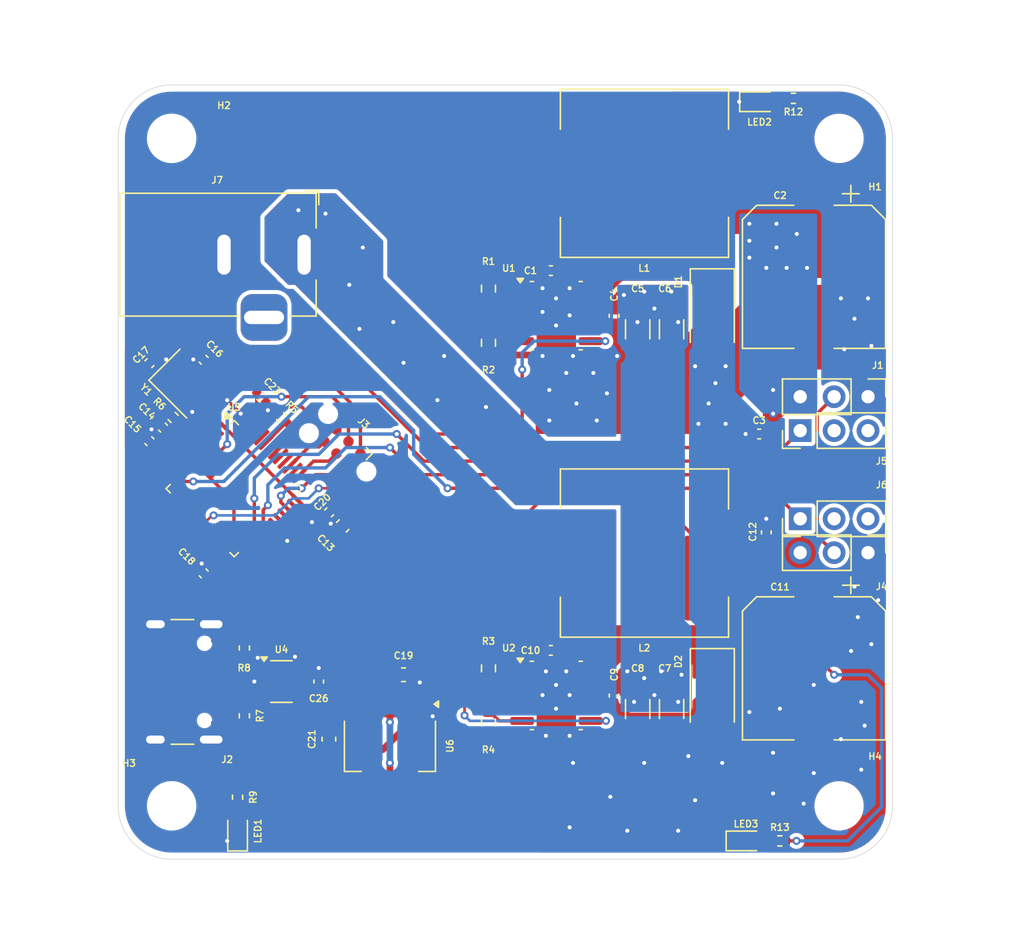
<source format=kicad_pcb>
(kicad_pcb (version 20240108) (generator "pcbnew") (generator_version "8.0")
  (layers (0 "F.Cu" signal) (31 "B.Cu" signal) (34 "B.Paste" user) (35 "F.Paste" user) (36 "B.SilkS" user "B.Silkscreen") (37 "F.SilkS" user "F.Silkscreen") (38 "B.Mask" user) (39 "F.Mask" user) (44 "Edge.Cuts" user))
  (net 0 "")
  (net 1 "GND")
  (net 2 "/PWR1")
  (net 3 "+12V")
  (net 4 "/PWR2")
  (net 5 "+3V3")
  (net 6 "/RST")
  (net 7 "/XTALI")
  (net 8 "/XTALR")
  (net 9 "VBUS")
  (net 10 "/VBLED")
  (net 11 "/Regulator2/LED")
  (net 12 "/PWM1")
  (net 13 "Net-(J2-CC2)")
  (net 15 "/USB_D+")
  (net 16 "Net-(J2-CC1)")
  (net 17 "/USB_D-")
  (net 19 "/SWO")
  (net 20 "/SWDIO")
  (net 21 "/SWCLK")
  (net 22 "/PWM2")
  (net 25 "/POS1")
  (net 27 "/POS2")
  (net 30 "/Regulator1/LED")
  (net 31 "/BOOT0")
  (net 32 "/XTALO")
  (net 33 "/EN1")
  (net 36 "/EN2")
  (net 65 "/Regulator1/BOOT")
  (net 66 "/Regulator1/PH")
  (net 67 "/Regulator2/BOOT")
  (net 68 "/Regulator2/PH")
  (net 69 "/Regulator1/VSNS")
  (net 70 "/Regulator2/VSNS")
  (footprint "MountingHole:MountingHole_3.2mm_M3" (layer "F.Cu") (at 60.101215 86.527449)
    (property "Reference" "H3")
    (property "Value" "MountingHole")
  )
  (footprint "Connector_PinHeader_2.54mm:PinHeader_1x03_P2.54mm_Vertical" (layer "F.Cu") (at 107.188 58.42 90)
    (property "Reference" "J5")
    (property "Value" "Conn_01x03_Pin")
  )
  (footprint "Capacitor_SMD:C_1206_3216Metric" (layer "F.Cu") (at 97.553215 50.827449 -90)
    (property "Reference" "C6")
    (property "Value" "10u")
  )
  (footprint "Capacitor_SMD:C_0402_1005Metric" (layer "F.Cu") (at 93.243664 49.821483 -90)
    (property "Reference" "C4")
    (property "Value" "10n")
  )
  (footprint "LED_SMD:LED_0603_1608Metric" (layer "F.Cu") (at 103.124 89.154)
    (property "Reference" "LED3")
    (property "Value" "LEDB")
  )
  (footprint "Capacitor_SMD:C_0603_1608Metric" (layer "F.Cu") (at 77.47 76.708)
    (property "Reference" "C19")
    (property "Value" "22u")
  )
  (footprint "Inductor_SMD:L_12x12mm_H4.5mm" (layer "F.Cu") (at 95.521215 67.591449)
    (property "Reference" "L2")
    (property "Value" "15u")
  )
  (footprint "Diode_SMD:D_SMA" (layer "F.Cu") (at 100.601215 78.259449 -90)
    (property "Reference" "D2")
    (property "Value" "SS54")
  )
  (footprint "Connector_PinHeader_2.54mm:PinHeader_1x03_P2.54mm_Vertical" (layer "F.Cu") (at 112.267999 55.88 -90)
    (property "Reference" "J1")
    (property "Value" "Conn_01x03_Pin")
  )
  (footprint "Capacitor_SMD:C_0402_1005Metric" (layer "F.Cu") (at 104.112 58.674 180)
    (property "Reference" "C3")
    (property "Value" "10n")
  )
  (footprint "Capacitor_SMD:C_0402_1005Metric" (layer "F.Cu") (at 62.501215 53.113449 -45)
    (property "Reference" "C16")
    (property "Value" "10p")
  )
  (footprint "Resistor_SMD:R_0402_1005Metric" (layer "F.Cu") (at 68.343214 57.43145 135)
    (property "Reference" "R5")
    (property "Value" "10k")
  )
  (footprint "Resistor_SMD:R_0603_1608Metric_Pad0.98x0.95mm_HandSolder" (layer "F.Cu") (at 83.837215 51.843449 -90)
    (property "Reference" "R2")
    (property "Value" "3k3")
  )
  (footprint "Resistor_SMD:R_0402_1005Metric" (layer "F.Cu") (at 105.664001 89.154 180)
    (property "Reference" "R13")
    (property "Value" "1k")
  )
  (footprint "Capacitor_SMD:C_0402_1005Metric" (layer "F.Cu") (at 62.501215 69.115449 135)
    (property "Reference" "C18")
    (property "Value" "100n")
  )
  (footprint "Capacitor_SMD:C_0402_1005Metric" (layer "F.Cu") (at 88.509016 46.434483 180)
    (property "Reference" "C1")
    (property "Value" "10n")
  )
  (footprint "Capacitor_SMD:C_0603_1608Metric" (layer "F.Cu") (at 71.882 81.534 -90)
    (property "Reference" "C21")
    (property "Value" "22u")
  )
  (footprint "Resistor_SMD:R_0402_1005Metric" (layer "F.Cu") (at 60.215214 57.43145 -45)
    (property "Reference" "R6")
    (property "Value" "330")
  )
  (footprint "LED_SMD:LED_0603_1608Metric" (layer "F.Cu") (at 65.041215 88.419449 90)
    (property "Reference" "LED1")
    (property "Value" "LEDG")
  )
  (footprint "Package_QFP:LQFP-48_7x7mm_P0.5mm" (layer "F.Cu") (at 64.787215 62.765449 -45)
    (property "Reference" "U5")
    (property "Value" "STM32F103C8Tx")
  )
  (footprint "Resistor_SMD:R_0603_1608Metric_Pad0.98x0.95mm_HandSolder" (layer "F.Cu") (at 83.837215 80.291449 -90)
    (property "Reference" "R4")
    (property "Value" "3k3")
  )
  (footprint "Capacitor_SMD:C_1206_3216Metric" (layer "F.Cu") (at 95.013215 79.275449 -90)
    (property "Reference" "C8")
    (property "Value" "10u")
  )
  (footprint "MountingHole:MountingHole_3.2mm_M3" (layer "F.Cu") (at 60.101215 36.527449)
    (property "Reference" "H2")
    (property "Value" "MountingHole")
  )
  (footprint "Capacitor_SMD:C_1206_3216Metric" (layer "F.Cu") (at 97.553215 79.275449 -90)
    (property "Reference" "C7")
    (property "Value" "10u")
  )
  (footprint "Resistor_SMD:R_0603_1608Metric_Pad0.98x0.95mm_HandSolder" (layer "F.Cu") (at 83.837215 47.779449 -90)
    (property "Reference" "R1")
    (property "Value" "10k")
  )
  (footprint "Capacitor_SMD:C_0402_1005Metric" (layer "F.Cu") (at 59.453215 58.193449 135)
    (property "Reference" "C14")
    (property "Value" "100n")
  )
  (footprint "Diode_SMD:D_SMA" (layer "F.Cu") (at 100.601215 49.811449 -90)
    (property "Reference" "D1")
    (property "Value" "SS54")
  )
  (footprint "Resistor_SMD:R_0402_1005Metric" (layer "F.Cu") (at 65.041215 85.879449 -90)
    (property "Reference" "R9")
    (property "Value" "1k")
  )
  (footprint "Resistor_SMD:R_0402_1005Metric" (layer "F.Cu") (at 106.68 33.528 180)
    (property "Reference" "R12")
    (property "Value" "1k")
  )
  (footprint "Package_TO_SOT_SMD:SOT-23-6" (layer "F.Cu") (at 68.326 77.216)
    (property "Reference" "U4")
    (property "Value" "SRV05-4")
  )
  (footprint "Capacitor_SMD:CP_Elec_10x10.5" (layer "F.Cu") (at 108.221215 46.899449 -90)
    (property "Reference" "C2")
    (property "Value" "330u")
  )
  (footprint "Package_SO:Texas_R-PDSO-G8_EP2.95x4.9mm_Mask2.4x3.1mm" (layer "F.Cu") (at 88.917215 49.811449)
    (property "Reference" "U1")
    (property "Value" "TPS5450DDAR")
  )
  (footprint "Capacitor_SMD:C_0402_1005Metric" (layer "F.Cu") (at 58.437215 59.209449 135)
    (property "Reference" "C15")
    (property "Value" "100n")
  )
  (footprint "Capacitor_SMD:C_0402_1005Metric" (layer "F.Cu") (at 93.243664 78.269483 -90)
    (property "Reference" "C9")
    (property "Value" "10n")
  )
  (footprint "Connector_BarrelJack:BarrelJack_Horizontal" (layer "F.Cu") (at 70.025215 45.239449)
    (property "Reference" "J7")
    (property "Value" "Barrel_Jack_Switch")
  )
  (footprint "Capacitor_SMD:CP_Elec_10x10.5" (layer "F.Cu") (at 108.221215 76.227449 -90)
    (property "Reference" "C11")
    (property "Value" "330u")
  )
  (footprint "LED_SMD:LED_0603_1608Metric" (layer "F.Cu") (at 104.14 33.782)
    (property "Reference" "LED2")
    (property "Value" "LEDB")
  )
  (footprint "Resistor_SMD:R_0402_1005Metric" (layer "F.Cu") (at 65.549215 79.783449 -90)
    (property "Reference" "R7")
    (property "Value" "5k1")
  )
  (footprint "Capacitor_SMD:C_0402_1005Metric" (layer "F.Cu") (at 66.819216 55.90745 -45)
    (property "Reference" "C23")
    (property "Value" "100n")
  )
  (footprint "Capacitor_SMD:C_0603_1608Metric" (layer "F.Cu") (at 72.915215 65.559449 -135)
    (property "Reference" "C13")
    (property "Value" "10u")
  )
  (footprint "Capacitor_SMD:C_1206_3216Metric" (layer "F.Cu") (at 95.013215 50.827449 -90)
    (property "Reference" "C5")
    (property "Value" "10u")
  )
  (footprint "Connector_USB:USB_C_Receptacle_GCT_USB4105-xx-A_16P_TopMnt_Horizontal" (layer "F.Cu") (at 59.961215 77.243449 -90)
    (property "Reference" "J2")
    (property "Value" "USB_C_Receptacle_USB2.0_16P")
  )
  (footprint "Connector_PinHeader_2.54mm:PinHeader_1x03_P2.54mm_Vertical" (layer "F.Cu") (at 112.267999 67.564 -90)
    (property "Reference" "J4")
    (property "Value" "Conn_01x03_Pin")
  )
  (footprint "Package_TO_SOT_SMD:SOT-223-3_TabPin2" (layer "F.Cu") (at 76.454 82.042 -90)
    (property "Reference" "U6")
    (property "Value" "AMS1117-3.3")
  )
  (footprint "MountingHole:MountingHole_3.2mm_M3" (layer "F.Cu") (at 110.101215 86.527449)
    (property "Reference" "H4")
    (property "Value" "MountingHole")
  )
  (footprint "Capacitor_SMD:C_0402_1005Metric" (layer "F.Cu") (at 71.899215 64.543448 -135)
    (property "Reference" "C20")
    (property "Value" "100n")
  )
  (footprint "Capacitor_SMD:C_0402_1005Metric" (layer "F.Cu") (at 88.509016 74.882483 180)
    (property "Reference" "C10")
    (property "Value" "10n")
  )
  (footprint "Crystal:Crystal_SMD_3225-4Pin_3.2x2.5mm" (layer "F.Cu") (at 60.977214 54.891449 -45)
    (property "Reference" "Y1")
    (property "Value" "16MHz")
  )
  (footprint "Capacitor_SMD:C_0402_1005Metric" (layer "F.Cu") (at 104.648 66.04 90)
    (property "Reference" "C12")
    (property "Value" "10n")
  )
  (footprint "Package_SO:Texas_R-PDSO-G8_EP2.95x4.9mm_Mask2.4x3.1mm" (layer "F.Cu") (at 88.917215 78.259449)
    (property "Reference" "U2")
    (property "Value" "TPS5450DDAR")
  )
  (footprint "MountingHole:MountingHole_3.2mm_M3" (layer "F.Cu") (at 110.101215 36.527449)
    (property "Reference" "H1")
    (property "Value" "MountingHole")
  )
  (footprint "Capacitor_SMD:C_0402_1005Metric" (layer "F.Cu") (at 71.12 77.216 90)
    (property "Reference" "C26")
    (property "Value" "1u")
  )
  (footprint "Connector_PinHeader_2.54mm:PinHeader_1x03_P2.54mm_Vertical" (layer "F.Cu") (at 107.188 65.024 90)
    (property "Reference" "J6")
    (property "Value" "Conn_01x03_Pin")
  )
  (footprint "Connector:Tag-Connect_TC2030-IDC-NL_2x03_P1.27mm_Vertical" (layer "F.Cu") (at 72.898 59.69 135)
    (property "Reference" "J3")
    (property "Value" "Conn_ARM_SWD_TagConnect_TC2030-NL")
  )
  (footprint "Resistor_SMD:R_0603_1608Metric_Pad0.98x0.95mm_HandSolder" (layer "F.Cu") (at 83.837215 76.227449 -90)
    (property "Reference" "R3")
    (property "Value" "10k")
  )
  (footprint "Capacitor_SMD:C_0402_1005Metric" (layer "F.Cu") (at 58.437214 53.36745 -135)
    (property "Reference" "C17")
    (property "Value" "10p")
  )
  (footprint "Resistor_SMD:R_0402_1005Metric" (layer "F.Cu") (at 65.549215 74.703449 90)
    (property "Reference" "R8")
    (property "Value" "5k1")
  )
  (footprint "Inductor_SMD:L_12x12mm_H4.5mm" (layer "F.Cu") (at 95.521215 39.143449)
    (property "Reference" "L1")
    (property "Value" "15u")
  )
  (gr_arc (start 56.101215 36.527449) (mid 57.272788 33.699022) (end 60.101215 32.527449) (stroke (width 0.05)) (layer "Edge.Cuts"))
  (gr_line (start 110.101215 90.527449) (end 60.101215 90.527449) (stroke (width 0.05)) (layer "Edge.Cuts"))
  (gr_line (start 114.101215 36.527449) (end 114.101215 86.527449) (stroke (width 0.05)) (layer "Edge.Cuts"))
  (gr_arc (start 110.101215 32.527449) (mid 112.929642 33.699022) (end 114.101215 36.527449) (stroke (width 0.05)) (layer "Edge.Cuts"))
  (gr_arc (start 114.101215 86.527449) (mid 112.929642 89.355876) (end 110.101215 90.527449) (stroke (width 0.05)) (layer "Edge.Cuts"))
  (gr_line (start 60.101215 32.527449) (end 110.101215 32.527449) (stroke (width 0.05)) (layer "Edge.Cuts"))
  (gr_line (start 56.101215 86.527449) (end 56.101215 36.527449) (stroke (width 0.05)) (layer "Edge.Cuts"))
  (gr_arc (start 60.101215 90.527449) (mid 57.272788 89.355876) (end 56.101215 86.527449) (stroke (width 0.05)) (layer "Edge.Cuts"))
  (segment (start 69.85 56.642) (end 68.411416 56.642) (width 0.254) (layer "F.Cu") (net 1))
  (segment (start 62.161804 68.776038) (end 62.161804 68.57284) (width 0.254) (layer "F.Cu") (net 1))
  (segment (start 81.065949 81.203949) (end 79.683924 79.821924) (width 0.5) (layer "F.Cu") (net 1))
  (segment (start 68.411416 56.642) (end 67.98259 57.070826) (width 0.254) (layer "F.Cu") (net 1))
  (segment (start 61.722 53.213842) (end 61.722 53.086) (width 0.254) (layer "F.Cu") (net 1))
  (segment (start 70.612 65.278) (end 71.164663 65.278) (width 0.254) (layer "F.Cu") (net 1))
  (segment (start 72.064244 65.387299) (end 72.020807 65.387299) (width 0.254) (layer "F.Cu") (net 1))
  (segment (start 70.481746 65.278) (end 69.321537 64.117791) (width 0.254) (layer "F.Cu") (net 1))
  (segment (start 67.158627 57.212057) (end 66.139557 58.231127) (width 0.254) (layer "F.Cu") (net 1))
  (segment (start 61.722 53.086) (end 61.849842 53.086) (width 0.254) (layer "F.Cu") (net 1))
  (segment (start 103.632 58.674) (end 103.096 58.674) (width 0.254) (layer "F.Cu") (net 1))
  (segment (start 60.800437 53.512591) (end 60.315885 53.028039) (width 0.254) (layer "F.Cu") (net 1))
  (segment (start 83.837215 81.203949) (end 81.065949 81.203949) (width 0.5) (layer "F.Cu") (net 1))
  (segment (start 70.612 65.408254) (end 70.612 65.278) (width 0.254) (layer "F.Cu") (net 1))
  (segment (start 67.158627 56.744627) (end 67.31 56.896) (width 0.254) (layer "F.Cu") (net 1))
  (segment (start 68.758897 66.726897) (end 69.088 67.056) (width 0.254) (layer "F.Cu") (net 1))
  (segment (start 69.2631 75.3591) (end 69.088 75.184) (width 0.254) (layer "F.Cu") (net 1))
  (segment (start 66.294 77.216) (end 67.1885 77.216) (width 0.254) (layer "F.Cu") (net 1))
  (segment (start 72.367207 66.107457) (end 72.367207 65.690262) (width 0.254) (layer "F.Cu") (net 1))
  (segment (start 65.399214 74.043449) (end 65.549215 74.19345) (width 0.5) (layer "F.Cu") (net 1))
  (segment (start 69.088 67.818) (end 67.564 69.342) (width 0.254) (layer "F.Cu") (net 1))
  (segment (start 70.612 65.408254) (end 70.612 65.408254) (width 0.254) (layer "F.Cu") (net 1))
  (segment (start 78.754 77.217) (end 78.245 76.708) (width 0.5) (layer "F.Cu") (net 1))
  (segment (start 61.153991 56.523284) (end 61.645744 57.015037) (width 0.254) (layer "F.Cu") (net 1))
  (segment (start 65.399214 80.443449) (end 65.549215 80.293448) (width 0.5) (layer "F.Cu") (net 1))
  (segment (start 83.837215 52.755949) (end 87.807949 52.755949) (width 0.5) (layer "F.Cu") (net 1))
  (segment (start 62.35067 68.377053) (end 62.357591 68.377053) (width 0.254) (layer "F.Cu") (net 1))
  (segment (start 67.564 75.184) (end 67.31 75.438) (width 0.254) (layer "F.Cu") (net 1))
  (segment (start 78.754 77.351206) (end 78.687723 77.284929) (width 0.5) (layer "F.Cu") (net 1))
  (segment (start 59.69 59.436) (end 60.397106 59.436) (width 0.254) (layer "F.Cu") (net 1))
  (segment (start 78.687723 77.284929) (end 78.754 77.218652) (width 0.5) (layer "F.Cu") (net 1))
  (segment (start 63.641215 80.443449) (end 65.399214 80.443449) (width 0.5) (layer "F.Cu") (net 1))
  (segment (start 88.138 81.28) (end 88.214051 81.203949) (width 0.5) (layer "F.Cu") (net 1))
  (segment (start 67.31 56.896) (end 67.158627 57.047373) (width 0.254) (layer "F.Cu") (net 1))
  (segment (start 61.153991 56.270307) (end 60.96 56.076316) (width 0.254) (layer "F.Cu") (net 1))
  (segment (start 104.648 65.56) (end 104.648 65.024) (width 0.254) (layer "F.Cu") (net 1))
  (segment (start 60.397106 59.436) (end 61.313553 60.352447) (width 0.254) (layer "F.Cu") (net 1))
  (segment (start 61.423251 53.512591) (end 61.722 53.213842) (width 0.254) (layer "F.Cu") (net 1))
  (segment (start 67.564 69.85) (end 67.564 75.184) (width 0.254) (layer "F.Cu") (net 1))
  (segment (start 72.020807 65.343862) (end 71.559804 64.882859) (width 0.254) (layer "F.Cu") (net 1))
  (segment (start 61.849842 53.086) (end 62.161804 52.774038) (width 0.254) (layer "F.Cu") (net 1))
  (segment (start 70.612 68.58) (end 70.612 65.408254) (width 0.254) (layer "F.Cu") (net 1))
  (segment (start 71.12 76.736) (end 71.12 76.2) (width 0.254) (layer "F.Cu") (net 1))
  (segment (start 71.550962 58.342962) (end 69.85 56.642) (width 0.254) (layer "F.Cu") (net 1))
  (segment (start 71.164663 65.278) (end 71.559804 64.882859) (width 0.254) (layer "F.Cu") (net 1))
  (segment (start 78.754 78.892) (end 78.754 77.351206) (width 0.5) (layer "F.Cu") (net 1))
  (segment (start 65.041215 89.20695) (end 64.31495 89.20695) (width 0.254) (layer "F.Cu") (net 1))
  (segment (start 61.153991 56.270307) (end 61.153991 56.523284) (width 0.254) (layer "F.Cu") (net 1))
  (segment (start 60.315885 53.028039) (end 59.747961 53.028039) (width 0.254) (layer "F.Cu") (net 1))
  (segment (start 58.610921 58.356921) (end 58.097804 58.870038) (width 0.254) (layer "F.Cu") (net 1))
  (segment (start 79.653506 79.791506) (end 78.754 78.892) (width 0.5) (layer "F.Cu") (net 1))
  (segment (start 63.641215 74.043449) (end 63.641215 73.498449) (width 0.5) (layer "F.Cu") (net 1))
  (segment (start 62.35067 68.383974) (end 62.35067 68.377053) (width 0.254) (layer "F.Cu") (net 1))
  (segment (start 72.367207 65.690262) (end 72.064244 65.387299) (width 0.254) (layer "F.Cu") (net 1))
  (segment (start 103.352499 33.782) (end 102.616 33.782) (width 0.254) (layer "F.Cu") (net 1))
  (segment (start 69.088 70.104) (end 70.612 68.58) (width 0.254) (layer "F.Cu") (net 1))
  (segment (start 58.610921 58.356921) (end 59.69 59.436) (width 0.254) (layer "F.Cu") (net 1))
  (segment (start 60.800437 53.512591) (end 61.423251 53.512591) (width 0.254) (layer "F.Cu") (net 1))
  (segment (start 67.158627 56.246861) (end 67.158627 56.744627) (width 0.254) (layer "F.Cu") (net 1))
  (segment (start 72.448987 58.342962) (end 71.550962 58.342962) (width 0.254) (layer "F.Cu") (net 1))
  (segment (start 88.214051 81.203949) (end 88.569949 81.203949) (width 0.5) (layer "F.Cu") (net 1))
  (segment (start 68.758897 66.678123) (end 68.758897 66.726897) (width 0.254) (layer "F.Cu") (net 1))
  (segment (start 63.641215 74.043449) (end 65.399214 74.043449) (width 0.5) (layer "F.Cu") (net 1))
  (segment (start 78.754 79.488) (end 78.754 78.892) (width 0.5) (layer "F.Cu") (net 1))
  (segment (start 64.262 56.134) (end 65.278 57.15) (width 0.254) (layer "F.Cu") (net 1))
  (segment (start 72.020807 65.387299) (end 72.020807 65.343862) (width 0.254) (layer "F.Cu") (net 1))
  (segment (start 75.933 82.309) (end 78.754 79.488) (width 0.5) (layer "F.Cu") (net 1))
  (segment (start 79.683924 79.821924) (end 79.653506 79.821924) (width 0.5) (layer "F.Cu") (net 1))
  (segment (start 59.113804 57.854038) (end 58.610921 58.356921) (width 0.254) (layer "F.Cu") (net 1))
  (segment (start 60.96 56.076316) (end 60.96 53.672154) (width 0.254) (layer "F.Cu") (net 1))
  (segment (start 63.641215 80.988449) (end 63.066215 81.563449) (width 0.5) (layer "F.Cu") (net 1))
  (segment (start 59.632039 53.028039) (end 58.776625 53.028039) (width 0.254) (layer "F.Cu") (net 1))
  (segment (start 67.31 75.438) (end 66.548 75.438) (width 0.254) (layer "F.Cu") (net 1))
  (segment (start 62.357591 68.377053) (end 63.434873 67.299771) (width 0.254) (layer "F.Cu") (net 1))
  (segment (start 64.31495 89.20695) (end 64.262 89.154) (width 0.254) (layer "F.Cu") (net 1))
  (segment (start 71.882 82.309) (end 75.933 82.309) (width 0.5) (layer "F.Cu") (net 1))
  (segment (start 59.69 53.086) (end 59.632039 53.028039) (width 0.254) (layer "F.Cu") (net 1))
  (segment (start 67.564 69.342) (end 67.564 69.85) (width 0.254) (layer "F.Cu") (net 1))
  (segment (start 67.158627 57.047373) (end 67.158627 57.212057) (width 0.254) (layer "F.Cu") (net 1))
  (segment (start 60.96 53.672154) (end 60.800437 53.512591) (width 0.254) (layer "F.Cu") (net 1))
  (segment (start 69.088 67.056) (end 69.088 67.818) (width 0.254) (layer "F.Cu") (net 1))
  (segment (start 59.747961 53.028039) (end 59.69 53.086) (width 0.254) (layer "F.Cu") (net 1))
  (segment (start 70.612 65.278) (end 70.481746 65.278) (width 0.254) (layer "F.Cu") (net 1))
  (segment (start 88.061949 81.203949) (end 88.138 81.28) (width 0.5) (layer "F.Cu") (net 1))
  (segment (start 67.484826 57.070826) (end 67.31 56.896) (width 0.254) (layer "F.Cu") (net 1))
  (segment (start 88.569949 81.203949) (end 88.646 81.28) (width 0.5) (layer "F.Cu") (net 1))
  (segment (start 87.807949 52.755949) (end 87.884 52.832) (width 0.5) (layer "F.Cu") (net 1))
  (segment (start 62.161804 68.57284) (end 62.35067 68.383974) (width 0.254) (layer "F.Cu") (net 1))
  (segment (start 83.837215 81.203949) (end 88.061949 81.203949) (width 0.5) (layer "F.Cu") (net 1))
  (segment (start 78.754 77.218652) (end 78.754 77.217) (width 0.5) (layer "F.Cu") (net 1))
  (segment (start 67.98259 57.070826) (end 67.484826 57.070826) (width 0.254) (layer "F.Cu") (net 1))
  (segment (start 63.641215 80.443449) (end 63.641215 80.988449) (width 0.5) (layer "F.Cu") (net 1))
  (segment (start 69.088 75.184) (end 69.088 70.104) (width 0.254) (layer "F.Cu") (net 1))
  (segment (start 63.641215 73.498449) (end 63.066215 72.923449) (width 0.5) (layer "F.Cu") (net 1))
  (segment (start 69.342 75.3591) (end 69.2631 75.3591) (width 0.254) (layer "F.Cu") (net 1))
  (segment (start 79.653506 79.821924) (end 79.653506 79.791506) (width 0.5) (layer "F.Cu") (net 1))
  (via (at 90.17 83.312) (size 0.6) (drill 0.3) (layers "F.Cu" "B.Cu") (net 1))
  (via (at 101.346 83.312) (size 0.6) (drill 0.3) (layers "F.Cu" "B.Cu") (net 1))
  (via (at 87.884 49.53) (size 0.6) (drill 0.3) (layers "F.Cu" "B.Cu") (net 1))
  (via (at 88.9 77.47) (size 0.6) (drill 0.3) (layers "F.Cu" "B.Cu") (net 1))
  (via (at 58.59378 58.323021) (size 0.6) (drill 0.3) (layers "F.Cu" "B.Cu") (net 1))
  (via (at 64.262 89.154) (size 0.6) (drill 0.3) (layers "F.Cu" "B.Cu") (net 1))
  (via (at 100.838 54.864) (size 0.6) (drill 0.3) (layers "F.Cu" "B.Cu") (net 1))
  (via (at 90.424 56.388) (size 0.6) (drill 0.3) (layers "F.Cu" "B.Cu") (net 1))
  (via (at 105.156 85.598) (size 0.6) (drill 0.3) (layers "F.Cu" "B.Cu") (net 1))
  (via (at 111.506 72.39) (size 0.6) (drill 0.3) (layers "F.Cu" "B.Cu") (net 1))
  (via (at 103.378 79.502) (size 0.6) (drill 0.3) (layers "F.Cu" "B.Cu") (net 1))
  (via (at 103.096 58.674) (size 0.6) (drill 0.3) (layers "F.Cu" "B.Cu") (net 1))
  (via (at 91.948 57.658) (size 0.6) (drill 0.3) (layers "F.Cu" "B.Cu") (net 1))
  (via (at 111.76 83.82) (size 0.6) (drill 0.3) (layers "F.Cu" "B.Cu") (net 1))
  (via (at 102.616 33.782) (size 0.6) (drill 0.3) (layers "F.Cu" "B.Cu") (net 1))
  (via (at 112.522 52.07) (size 0.6) (drill 0.3) (layers "F.Cu" "B.Cu") (net 1))
  (via (at 69.342 75.3591) (size 0.6) (drill 0.3) (layers "F.Cu" "B.Cu") (net 1))
  (via (at 68.758897 66.678123) (size 0.6) (drill 0.3) (layers "F.Cu" "B.Cu") (net 1))
  (via (at 89.916 49.784) (size 0.6) (drill 0.3) (layers "F.Cu" "B.Cu") (net 1))
  (via (at 110.236 81.534) (size 0.6) (drill 0.3) (layers "F.Cu" "B.Cu") (net 1))
  (via (at 108.204 84.074) (size 0.6) (drill 0.3) (layers "F.Cu" "B.Cu") (net 1))
  (via (at 88.392 55.372) (size 0.6) (drill 0.3) (layers "F.Cu" "B.Cu") (net 1))
  (via (at 105.156 82.55) (size 0.6) (drill 0.3) (layers "F.Cu" "B.Cu") (net 1))
  (via (at 89.916 47.752) (size 0.6) (drill 0.3) (layers "F.Cu" "B.Cu") (net 1))
  (via (at 61.645744 57.015037) (size 0.6) (drill 0.3) (layers "F.Cu" "B.Cu") (net 1))
  (via (at 111.76 78.74) (size 0.6) (drill 0.3) (layers "F.Cu" "B.Cu") (net 1))
  (via (at 89.916 78.232) (size 0.6) (drill 0.3) (layers "F.Cu" "B.Cu") (net 1))
  (via (at 88.138 81.28) (size 0.6) (drill 0.3) (layers "F.Cu" "B.Cu") (net 1))
  (via (at 65.278 57.15) (size 0.6) (drill 0.3) (layers "F.Cu" "B.Cu") (net 1))
  (via (at 87.884 52.832) (size 0.6) (drill 0.3) (layers "F.Cu" "B.Cu") (net 1))
  (via (at 79.653506 79.821924) (size 0.6) (drill 0.3) (layers "F.Cu" "B.Cu") (net 1))
  (via (at 100.33 56.388) (size 0.6) (drill 0.3) (layers "F.Cu" "B.Cu") (net 1))
  (via (at 64.262 56.134) (size 0.6) (drill 0.3) (layers "F.Cu" "B.Cu") (net 1))
  (via (at 113.03 71.12) (size 0.6) (drill 0.3) (layers "F.Cu" "B.Cu") (net 1))
  (via (at 99.314 53.594) (size 0.6) (drill 0.3) (layers "F.Cu" "B.Cu") (net 1))
  (via (at 70.612 65.278) (size 0.6) (drill 0.3) (layers "F.Cu" "B.Cu") (net 1))
  (via (at 89.662 76.454) (size 0.6) (drill 0.3) (layers "F.Cu" "B.Cu") (net 1))
  (via (at 112.014 80.518) (size 0.6) (drill 0.3) (layers "F.Cu" "B.Cu") (net 1))
  (via (at 110.998 74.93) (size 0.6) (drill 0.3) (layers "F.Cu" "B.Cu") (net 1))
  (via (at 87.884 78.232) (size 0.6) (drill 0.3) (layers "F.Cu" "B.Cu") (net 1))
  (via (at 88.392 57.658) (size 0.6) (drill 0.3) (layers "F.Cu" "B.Cu") (net 1))
  (via (at 67.31 56.896) (size 0.6) (drill 0.3) (layers "F.Cu" "B.Cu") (net 1))
  (via (at 107.442 86.36) (size 0.6) (drill 0.3) (layers "F.Cu" "B.Cu") (net 1))
  (via (at 88.138 76.454) (size 0.6) (drill 0.3) (layers "F.Cu" "B.Cu") (net 1))
  (via (at 71.12 76.2) (size 0.6) (drill 0.3) (layers "F.Cu" "B.Cu") (net 1))
  (via (at 95.504 83.312) (size 0.6) (drill 0.3) (layers "F.Cu" "B.Cu") (net 1))
  (via (at 99.314 86.106) (size 0.6) (drill 0.3) (layers "F.Cu" "B.Cu") (net 1))
  (via (at 112.268 48.514) (size 0.6) (drill 0.3) (layers "F.Cu" "B.Cu") (net 1))
  (via (at 61.722 53.086) (size 0.6) (drill 0.3) (layers "F.Cu" "B.Cu") (net 1))
  (via (at 92.964 85.852) (size 0.6) (drill 0.3) (layers "F.Cu" "B.Cu") (net 1))
  (via (at 89.916 88.138) (size 0.6) (drill 0.3) (layers "F.Cu" "B.Cu") (net 1))
  (via (at 90.17 52.832) (size 0.6) (drill 0.3) (layers "F.Cu" "B.Cu") (net 1))
  (via (at 98.806 82.804) (size 0.6) (drill 0.3) (layers "F.Cu" "B.Cu") (net 1))
  (via (at 94.234 88.392) (size 0.6) (drill 0.3) (layers "F.Cu" "B.Cu") (net 1))
  (via (at 62.35067 68.377053) (size 0.6) (drill 0.3) (layers "F.Cu" "B.Cu") (net 1))
  (via (at 101.6 53.594) (size 0.6) (drill 0.3) (layers "F.Cu" "B.Cu") (net 1))
  (via (at 89.916 81.28) (size 0.6) (drill 0.3) (layers "F.Cu" "B.Cu") (net 1))
  (via (at 88.9 79.248) (size 0.6) (drill 0.3) (layers "F.Cu" "B.Cu") (net 1))
  (via (at 66.548 75.438) (size 0.6) (drill 0.3) (layers "F.Cu" "B.Cu") (net 1))
  (via (at 89.662 54.102) (size 0.6) (drill 0.3) (layers "F.Cu" "B.Cu") (net 1))
  (via (at 112.522 74.422) (size 0.6) (drill 0.3) (layers "F.Cu" "B.Cu") (net 1))
  (via (at 88.9 48.514) (size 0.6) (drill 0.3) (layers "F.Cu" "B.Cu") (net 1))
  (via (at 104.648 65.024) (size 0.6) (drill 0.3) (layers "F.Cu" "B.Cu") (net 1))
  (via (at 110.49 52.324) (size 0.6) (drill 0.3) (layers "F.Cu" "B.Cu") (net 1))
  (via (at 91.694 54.102) (size 0.6) (drill 0.3) (layers "F.Cu" "B.Cu") (net 1))
  (via (at 92.71 55.626) (size 0.6) (drill 0.3) (layers "F.Cu" "B.Cu") (net 1))
  (via (at 105.664 79.248) (size 0.6) (drill 0.3) (layers "F.Cu" "B.Cu") (net 1))
  (via (at 98.044 88.392) (size 0.6) (drill 0.3) (layers "F.Cu" "B.Cu") (net 1))
  (via (at 111.252 70.104) (size 0.6) (drill 0.3) (layers "F.Cu" "B.Cu") (net 1))
  (via (at 111.252 50.038) (size 0.6) (drill 0.3) (layers "F.Cu" "B.Cu") (net 1))
  (via (at 59.69 53.086) (size 0.6) (drill 0.3) (layers "F.Cu" "B.Cu") (net 1))
  (via (at 72.020807 65.387299) (size 0.6) (drill 0.3) (layers "F.Cu" "B.Cu") (net 1))
  (via (at 99.568 57.912) (size 0.6) (drill 0.3) (layers "F.Cu" "B.Cu") (net 1))
  (via (at 108.204 77.47) (size 0.6) (drill 0.3) (layers "F.Cu" "B.Cu") (net 1))
  (via (at 87.884 47.752) (size 0.6) (drill 0.3) (layers "F.Cu" "B.Cu") (net 1))
  (via (at 110.236 48.514) (size 0.6) (drill 0.3) (layers "F.Cu" "B.Cu") (net 1))
  (via (at 88.9 50.546) (size 0.6) (drill 0.3) (layers "F.Cu" "B.Cu") (net 1))
  (via (at 66.294 77.216) (size 0.6) (drill 0.3) (layers "F.Cu" "B.Cu") (net 1))
  (via (at 101.6 57.912) (size 0.6) (drill 0.3) (layers "F.Cu" "B.Cu") (net 1))
  (via (at 93.472 52.832) (size 0.6) (drill 0.3) (layers "F.Cu" "B.Cu") (net 1))
  (via (at 78.687723 77.284929) (size 0.6) (drill 0.3) (layers "F.Cu" "B.Cu") (net 1))
  (segment (start 104.592 58.476) (end 107.188 55.88) (width 0.254) (layer "F.Cu") (net 2))
  (segment (start 96.633766 35.306) (end 100.471215 39.143449) (width 0.254) (layer "F.Cu") (net 2))
  (segment (start 104.592 58.674) (end 104.592 58.476) (width 0.254) (layer "F.Cu") (net 2))
  (segment (start 87.884 35.306) (end 96.633766 35.306) (width 0.254) (layer "F.Cu") (net 2))
  (segment (start 83.837215 46.866949) (end 83.837215 39.352785) (width 0.254) (layer "F.Cu") (net 2))
  (segment (start 83.837215 39.352785) (end 87.884 35.306) (width 0.254) (layer "F.Cu") (net 2))
  (via (at 107.696 46.228) (size 0.6) (drill 0.3) (layers "F.Cu" "B.Cu") (net 2))
  (via (at 103.378 42.926) (size 0.6) (drill 0.3) (layers "F.Cu" "B.Cu") (net 2))
  (via (at 105.41 44.704) (size 0.6) (drill 0.3) (layers "F.Cu" "B.Cu") (net 2))
  (via (at 103.378 45.466) (size 0.6) (drill 0.3) (layers "F.Cu" "B.Cu") (net 2))
  (via (at 105.41 42.926) (size 0.6) (drill 0.3) (layers "F.Cu" "B.Cu") (net 2))
  (via (at 104.648 46.228) (size 0.6) (drill 0.3) (layers "F.Cu" "B.Cu") (net 2))
  (via (at 105.156 57.15) (size 0.6) (drill 0.3) (layers "F.Cu" "B.Cu") (net 2))
  (via (at 106.172 46.228) (size 0.6) (drill 0.3) (layers "F.Cu" "B.Cu") (net 2))
  (via (at 105.156 55.372) (size 0.6) (drill 0.3) (layers "F.Cu" "B.Cu") (net 2))
  (via (at 106.934 43.688) (size 0.6) (drill 0.3) (layers "F.Cu" "B.Cu") (net 2))
  (via (at 103.378 44.196) (size 0.6) (drill 0.3) (layers "F.Cu" "B.Cu") (net 2))
  (via (at 74.422 44.704) (size 0.6) (drill 0.3) (layers "F.Cu" "B.Cu") (net 3))
  (via (at 77.47 53.34) (size 0.6) (drill 0.3) (layers "F.Cu" "B.Cu") (net 3))
  (via (at 96.266 78.232) (size 0.6) (drill 0.3) (layers "F.Cu" "B.Cu") (net 3))
  (via (at 96.774 76.454) (size 0.6) (drill 0.3) (layers "F.Cu" "B.Cu") (net 3))
  (via (at 80.518 52.832) (size 0.6) (drill 0.3) (layers "F.Cu" "B.Cu") (net 3))
  (via (at 96.266 49.276) (size 0.6) (drill 0.3) (layers "F.Cu" "B.Cu") (net 3))
  (via (at 94.996 50.292) (size 0.6) (drill 0.3) (layers "F.Cu" "B.Cu") (net 3))
  (via (at 69.596 41.91) (size 0.6) (drill 0.3) (layers "F.Cu" "B.Cu") (net 3))
  (via (at 98.298 76.708) (size 0.6) (drill 0.3) (layers "F.Cu" "B.Cu") (net 3))
  (via (at 71.628 42.164) (size 0.6) (drill 0.3) (layers "F.Cu" "B.Cu") (net 3))
  (via (at 98.044 78.74) (size 0.6) (drill 0.3) (layers "F.Cu" "B.Cu") (net 3))
  (via (at 73.406 47.498) (size 0.6) (drill 0.3) (layers "F.Cu" "B.Cu") (net 3))
  (via (at 83.645645 56.653388) (size 0.6) (drill 0.3) (layers "F.Cu" "B.Cu") (net 3))
  (via (at 95.504 48.006) (size 0.6) (drill 0.3) (layers "F.Cu" "B.Cu") (net 3))
  (via (at 76.708 50.292) (size 0.6) (drill 0.3) (layers "F.Cu" "B.Cu") (net 3))
  (via (at 74.168 50.8) (size 0.6) (drill 0.3) (layers "F.Cu" "B.Cu") (net 3))
  (via (at 94.234 76.454) (size 0.6) (drill 0.3) (layers "F.Cu" "B.Cu") (net 3))
  (via (at 97.536 48.006) (size 0.6) (drill 0.3) (layers "F.Cu" "B.Cu") (net 3))
  (via (at 80.01 56.134) (size 0.6) (drill 0.3) (layers "F.Cu" "B.Cu") (net 3))
  (via (at 93.98 48.26) (size 0.6) (drill 0.3) (layers "F.Cu" "B.Cu") (net 3))
  (via (at 98.044 50.292) (size 0.6) (drill 0.3) (layers "F.Cu" "B.Cu") (net 3))
  (via (at 94.742 78.74) (size 0.6) (drill 0.3) (layers "F.Cu" "B.Cu") (net 3))
  (via (at 95.504 76.962) (size 0.6) (drill 0.3) (layers "F.Cu" "B.Cu") (net 3))
  (segment (start 109.728 76.708) (end 108.221215 75.201215) (width 0.254) (layer "F.Cu") (net 4))
  (segment (start 96.633766 63.754) (end 100.471215 67.591449) (width 0.254) (layer "F.Cu") (net 4))
  (segment (start 87.63 63.754) (end 96.633766 63.754) (width 0.254) (layer "F.Cu") (net 4))
  (segment (start 106.174 89.154) (end 106.908499 89.154) (width 0.254) (layer "F.Cu") (net 4))
  (segment (start 83.837215 75.314949) (end 83.837215 67.546785) (width 0.254) (layer "F.Cu") (net 4))
  (segment (start 83.837215 67.546785) (end 87.63 63.754) (width 0.254) (layer "F.Cu") (net 4))
  (segment (start 108.221215 75.201215) (end 108.221215 72.027449) (width 0.254) (layer "F.Cu") (net 4))
  (via (at 109.728 76.708) (size 0.6) (drill 0.3) (layers "F.Cu" "B.Cu") (net 4))
  (via (at 106.908499 89.154) (size 0.6) (drill 0.3) (layers "F.Cu" "B.Cu") (net 4))
  (segment (start 110.744 89.154) (end 106.908499 89.154) (width 0.254) (layer "B.Cu") (net 4))
  (segment (start 113.284 77.724) (end 113.284 86.614) (width 0.254) (layer "B.Cu") (net 4))
  (segment (start 113.284 86.614) (end 110.744 89.154) (width 0.254) (layer "B.Cu") (net 4))
  (segment (start 112.268 76.708) (end 113.284 77.724) (width 0.254) (layer "B.Cu") (net 4))
  (segment (start 109.728 76.708) (end 112.268 76.708) (width 0.254) (layer "B.Cu") (net 4))
  (segment (start 76.454 85.191999) (end 76.454 83.312) (width 0.5) (layer "F.Cu") (net 5))
  (segment (start 76.695 68.243218) (end 73.463223 65.011441) (width 0.5) (layer "F.Cu") (net 5))
  (segment (start 69.675091 63.764237) (end 65.439427 59.528573) (width 0.254) (layer "F.Cu") (net 5))
  (segment (start 64.77 63.754) (end 62.992 61.976) (width 0.254) (layer "F.Cu") (net 5))
  (segment (start 74.245038 60.139013) (end 74.245038 57.08463) (width 0.254) (layer "F.Cu") (net 5))
  (segment (start 63.788427 67.653325) (end 64.77 66.671752) (width 0.254) (layer "F.Cu") (net 5))
  (segment (start 76.454 76.949) (end 76.695 76.708) (width 0.5) (layer "F.Cu") (net 5))
  (segment (start 76.695 76.708) (end 76.695 68.243218) (width 0.5) (layer "F.Cu") (net 5))
  (segment (start 62.992 61.976) (end 65.439427 59.528573) (width 0.254) (layer "F.Cu") (net 5))
  (segment (start 58.776626 59.54886) (end 59.171766 59.944) (width 0.254) (layer "F.Cu") (net 5))
  (segment (start 65.439427 59.528573) (end 64.804427 58.893573) (width 0.254) (layer "F.Cu") (net 5))
  (segment (start 69.675091 63.764237) (end 70.172854 64.262) (width 0.254) (layer "F.Cu") (net 5))
  (segment (start 66.479805 57.183771) (end 66.479805 55.568039) (width 0.254) (layer "F.Cu") (net 5))
  (segment (start 59.171766 59.944) (end 60.198 59.944) (width 0.254) (layer "F.Cu") (net 5))
  (segment (start 64.804427 58.893573) (end 63.788427 57.877573) (width 0.254) (layer "F.Cu") (net 5))
  (segment (start 72.238626 64.204037) (end 72.655819 64.204037) (width 0.254) (layer "F.Cu") (net 5))
  (segment (start 70.612 64.262) (end 71.12 63.754) (width 0.254) (layer "F.Cu") (net 5))
  (segment (start 66.929844 55.118) (end 66.479805 55.568039) (width 0.254) (layer "F.Cu") (net 5))
  (segment (start 60.198 59.944) (end 60.96 60.706) (width 0.254) (layer "F.Cu") (net 5))
  (segment (start 72.655819 64.204037) (end 73.463223 65.011441) (width 0.254) (layer "F.Cu") (net 5))
  (segment (start 76.454 78.892001) (end 76.454 80.264) (width 0.5) (layer "F.Cu") (net 5))
  (segment (start 72.278408 55.118) (end 66.929844 55.118) (width 0.254) (layer "F.Cu") (net 5))
  (segment (start 61.722 61.468) (end 60.96 60.706) (width 0.254) (layer "F.Cu") (net 5))
  (segment (start 62.840626 69.45486) (end 63.246 69.049486) (width 0.254) (layer "F.Cu") (net 5))
  (segment (start 76.454 78.892001) (end 76.454 76.949) (width 0.5) (layer "F.Cu") (net 5))
  (segment (start 71.12 63.754) (end 71.788589 63.754) (width 0.254) (layer "F.Cu") (net 5))
  (segment (start 62.484 61.468) (end 61.722 61.468) (width 0.254) (layer "F.Cu") (net 5))
  (segment (start 65.786003 57.911997) (end 64.804427 58.893573) (width 0.254) (layer "F.Cu") (net 5))
  (segment (start 63.246 69.049486) (end 63.246 68.195752) (width 0.254) (layer "F.Cu") (net 5))
  (segment (start 63.246 68.195752) (end 63.788427 67.653325) (width 0.254) (layer "F.Cu") (net 5))
  (segment (start 62.992 61.976) (end 62.484 61.468) (width 0.254) (layer "F.Cu") (net 5))
  (segment (start 71.788589 63.754) (end 72.238626 64.204037) (width 0.254) (layer "F.Cu") (net 5))
  (segment (start 64.77 66.671752) (end 64.77 63.754) (width 0.254) (layer "F.Cu") (net 5))
  (segment (start 65.786003 57.877573) (end 66.479805 57.183771) (width 0.254) (layer "F.Cu") (net 5))
  (segment (start 74.245038 57.08463) (end 72.278408 55.118) (width 0.254) (layer "F.Cu") (net 5))
  (segment (start 70.172854 64.262) (end 70.612 64.262) (width 0.254) (layer "F.Cu") (net 5))
  (segment (start 65.786003 57.877573) (end 65.786003 57.911997) (width 0.254) (layer "F.Cu") (net 5))
  (via (at 76.454 83.312) (size 0.6) (drill 0.3) (layers "F.Cu" "B.Cu") (net 5))
  (via (at 76.454 80.264) (size 0.6) (drill 0.3) (layers "F.Cu" "B.Cu") (net 5))
  (segment (start 76.454 83.312) (end 76.454 80.264) (width 0.5) (layer "B.Cu") (net 5))
  (segment (start 63.200699 60.497301) (end 64.262 59.436) (width 0.254) (layer "F.Cu") (net 6))
  (segment (start 61.667106 59.998894) (end 62.165513 60.497301) (width 0.254) (layer "F.Cu") (net 6))
  (segment (start 60.201072 58.53286) (end 61.667106 59.998894) (width 0.254) (layer "F.Cu") (net 6))
  (segment (start 62.165513 60.497301) (end 63.200699 60.497301) (width 0.254) (layer "F.Cu") (net 6))
  (segment (start 72.136 55.88) (end 68.326 55.88) (width 0.254) (layer "F.Cu") (net 6))
  (segment (start 73.347013 57.091013) (end 72.39 56.134) (width 0.254) (layer "F.Cu") (net 6))
  (segment (start 59.792626 58.53286) (end 60.201072 58.53286) (width 0.254) (layer "F.Cu") (net 6))
  (segment (start 72.39 56.134) (end 72.136 55.88) (width 0.254) (layer "F.Cu") (net 6))
  (segment (start 73.347013 59.240987) (end 73.347013 57.091013) (width 0.254) (layer "F.Cu") (net 6))
  (via (at 68.326 55.88) (size 0.6) (drill 0.3) (layers "F.Cu" "B.Cu") (net 6))
  (via (at 64.262 59.436) (size 0.6) (drill 0.3) (layers "F.Cu" "B.Cu") (net 6))
  (segment (start 65.532 55.88) (end 68.326 55.88) (width 0.254) (layer "B.Cu") (net 6))
  (segment (start 64.262 57.15) (end 65.532 55.88) (width 0.254) (layer "B.Cu") (net 6))
  (segment (start 64.262 59.436) (end 64.262 57.15) (width 0.254) (layer "B.Cu") (net 6))
  (segment (start 62.356072 53.937414) (end 62.840626 53.45286) (width 0.254) (layer "F.Cu") (net 7))
  (segment (start 62.374213 59.291787) (end 61.722 58.639574) (width 0.254) (layer "F.Cu") (net 7))
  (segment (start 62.738 57.15) (end 62.738 55.450154) (width 0.254) (layer "F.Cu") (net 7))
  (segment (start 61.722 58.639574) (end 61.722 58.166) (width 0.254) (layer "F.Cu") (net 7))
  (segment (start 61.722 58.166) (end 62.738 57.15) (width 0.254) (layer "F.Cu") (net 7))
  (segment (start 62.356072 55.068226) (end 62.356072 53.937414) (width 0.254) (layer "F.Cu") (net 7))
  (segment (start 62.738 55.450154) (end 62.356072 55.068226) (width 0.254) (layer "F.Cu") (net 7))
  (segment (start 59.598356 56.814592) (end 59.85459 57.070826) (width 0.254) (layer "F.Cu") (net 8))
  (segment (start 58.590545 53.706861) (end 59.598356 54.714672) (width 0.254) (layer "F.Cu") (net 8))
  (segment (start 59.598356 54.714672) (end 59.598356 56.814592) (width 0.254) (layer "F.Cu") (net 8))
  (segment (start 58.097803 53.706861) (end 58.590545 53.706861) (width 0.254) (layer "F.Cu") (net 8))
  (segment (start 70.104 79.248) (end 71.12 78.232) (width 0.254) (layer "F.Cu") (net 9))
  (segment (start 61.468 79.566456) (end 61.468 82.296) (width 0.254) (layer "F.Cu") (net 9))
  (segment (start 62.23 78.804456) (end 62.23 75.650154) (width 0.254) (layer "F.Cu") (net 9))
  (segment (start 61.976 82.804) (end 64.77 82.804) (width 0.254) (layer "F.Cu") (net 9))
  (segment (start 71.092 77.724) (end 70.612 77.724) (width 0.254) (layer "F.Cu") (net 9))
  (segment (start 64.77 82.804) (end 65.041215 83.075215) (width 0.254) (layer "F.Cu") (net 9))
  (segment (start 64.77 82.804) (end 68.326 79.248) (width 0.254) (layer "F.Cu") (net 9))
  (segment (start 62.23 75.650154) (end 62.824705 75.055449) (width 0.254) (layer "F.Cu") (net 9))
  (segment (start 71.12 77.696) (end 71.092 77.724) (width 0.254) (layer "F.Cu") (net 9))
  (segment (start 63.641215 79.643449) (end 63.068993 79.643449) (width 0.254) (layer "F.Cu") (net 9))
  (segment (start 70.612 77.724) (end 70.104 77.216) (width 0.254) (layer "F.Cu") (net 9))
  (segment (start 68.326 79.248) (end 70.104 79.248) (width 0.254) (layer "F.Cu") (net 9))
  (segment (start 62.824705 75.055449) (end 62.856993 75.055449) (width 0.254) (layer "F.Cu") (net 9))
  (segment (start 70.104 77.216) (end 69.4635 77.216) (width 0.254) (layer "F.Cu") (net 9))
  (segment (start 71.882 80.759) (end 72.287 80.759) (width 0.5) (layer "F.Cu") (net 9))
  (segment (start 72.287 80.759) (end 74.154 78.892) (width 0.5) (layer "F.Cu") (net 9))
  (segment (start 63.068993 74.843449) (end 63.641215 74.843449) (width 0.254) (layer "F.Cu") (net 9))
  (segment (start 61.468 82.296) (end 61.976 82.804) (width 0.254) (layer "F.Cu") (net 9))
  (segment (start 62.856993 75.055449) (end 63.068993 74.843449) (width 0.254) (layer "F.Cu") (net 9))
  (segment (start 65.041215 83.075215) (end 65.041215 85.36945) (width 0.254) (layer "F.Cu") (net 9))
  (segment (start 62.23 78.804456) (end 61.468 79.566456) (width 0.254) (layer "F.Cu") (net 9))
  (segment (start 70.104 79.248) (end 71.615 80.759) (width 0.254) (layer "F.Cu") (net 9))
  (segment (start 71.12 78.232) (end 71.12 77.696) (width 0.254) (layer "F.Cu") (net 9))
  (segment (start 63.068993 79.643449) (end 62.23 78.804456) (width 0.254) (layer "F.Cu") (net 9))
  (segment (start 71.615 80.759) (end 71.882 80.759) (width 0.254) (layer "F.Cu") (net 9))
  (segment (start 65.041215 86.389448) (end 65.041215 87.631948) (width 0.254) (layer "F.Cu") (net 10))
  (segment (start 103.911501 89.154) (end 105.154002 89.154) (width 0.254) (layer "F.Cu") (net 11))
  (segment (start 91.186 60.706) (end 78.994 60.706) (width 0.254) (layer "F.Cu") (net 12))
  (segment (start 78.994 60.706) (end 76.962 58.674) (width 0.254) (layer "F.Cu") (net 12))
  (segment (start 66.294 63.5) (end 66.294 65.332894) (width 0.254) (layer "F.Cu") (net 12))
  (segment (start 109.727999 55.88) (end 108.458 57.149999) (width 0.254) (layer "F.Cu") (net 12))
  (segment (start 66.294 65.332894) (end 67.200217 66.239111) (width 0.254) (layer "F.Cu") (net 12))
  (segment (start 100.33 60.706) (end 91.186 60.706) (width 0.254) (layer "F.Cu") (net 12))
  (segment (start 108.458 57.149999) (end 108.458 59.436) (width 0.254) (layer "F.Cu") (net 12))
  (segment (start 108.458 59.436) (end 107.188 60.706) (width 0.254) (layer "F.Cu") (net 12))
  (segment (start 107.188 60.706) (end 100.33 60.706) (width 0.254) (layer "F.Cu") (net 12))
  (via (at 66.294 63.5) (size 0.6) (drill 0.3) (layers "F.Cu" "B.Cu") (net 12))
  (via (at 76.962 58.674) (size 0.6) (drill 0.3) (layers "F.Cu" "B.Cu") (net 12))
  (segment (start 68.072 60.198) (end 71.12 60.198) (width 0.254) (layer "B.Cu") (net 12))
  (segment (start 66.294 61.976) (end 68.072 60.198) (width 0.254) (layer "B.Cu") (net 12))
  (segment (start 72.644 58.674) (end 76.962 58.674) (width 0.254) (layer "B.Cu") (net 12))
  (segment (start 66.294 63.5) (end 66.294 61.976) (width 0.254) (layer "B.Cu") (net 12))
  (segment (start 71.12 60.198) (end 72.644 58.674) (width 0.254) (layer "B.Cu") (net 12))
  (segment (start 63.641215 78.993449) (end 65.269214 78.993449) (width 0.254) (layer "F.Cu") (net 13))
  (segment (start 65.269214 78.993449) (end 65.549215 79.27345) (width 0.254) (layer "F.Cu") (net 13))
  (segment (start 68.58 69.85) (end 70.104 68.326) (width 0.254) (layer "F.Cu") (net 15))
  (segment (start 63.641215 77.993449) (end 63.007449 77.993449) (width 0.254) (layer "F.Cu") (net 15))
  (segment (start 63.641215 77.993449) (end 67.01595 77.993449) (width 0.254) (layer "F.Cu") (net 15))
  (segment (start 62.738 77.724) (end 62.738 77.216) (width 0.254) (layer "F.Cu") (net 15))
  (segment (start 70.104 66.314468) (end 68.61443 64.824898) (width 0.254) (layer "F.Cu") (net 15))
  (segment (start 67.1885 78.165999) (end 67.630001 78.165999) (width 0.254) (layer "F.Cu") (net 15))
  (segment (start 68.58 75.658635) (end 68.58 69.85) (width 0.254) (layer "F.Cu") (net 15))
  (segment (start 62.738 77.216) (end 62.960551 76.993449) (width 0.254) (layer "F.Cu") (net 15))
  (segment (start 63.007449 77.993449) (end 62.738 77.724) (width 0.254) (layer "F.Cu") (net 15))
  (segment (start 67.01595 77.993449) (end 67.1885 78.165999) (width 0.254) (layer "F.Cu") (net 15))
  (segment (start 68.212075 76.02656) (end 68.58 75.658635) (width 0.254) (layer "F.Cu") (net 15))
  (segment (start 67.630001 78.165999) (end 68.212075 77.583925) (width 0.254) (layer "F.Cu") (net 15))
  (segment (start 70.104 68.326) (end 70.104 66.314468) (width 0.254) (layer "F.Cu") (net 15))
  (segment (start 68.212075 77.583925) (end 68.212075 76.02656) (width 0.254) (layer "F.Cu") (net 15))
  (segment (start 62.960551 76.993449) (end 63.641215 76.993449) (width 0.254) (layer "F.Cu") (net 15))
  (segment (start 64.769214 75.993449) (end 65.549215 75.213448) (width 0.254) (layer "F.Cu") (net 16))
  (segment (start 63.641214 75.993449) (end 64.769214 75.993449) (width 0.254) (layer "F.Cu") (net 16))
  (segment (start 66.227999 76.266001) (end 67.1885 76.266001) (width 0.254) (layer "F.Cu") (net 17))
  (segment (start 65.000551 77.493449) (end 66.227999 76.266001) (width 0.254) (layer "F.Cu") (net 17))
  (segment (start 64.516 77.234337) (end 64.256888 77.493449) (width 0.254) (layer "F.Cu") (net 17))
  (segment (start 68.072 69.596) (end 69.596 68.072) (width 0.254) (layer "F.Cu") (net 17))
  (segment (start 69.596 66.513574) (end 68.260877 65.178451) (width 0.254) (layer "F.Cu") (net 17))
  (segment (start 67.1885 76.266001) (end 68.072 75.382501) (width 0.254) (layer "F.Cu") (net 17))
  (segment (start 64.250664 76.493449) (end 64.516 76.758785) (width 0.254) (layer "F.Cu") (net 17))
  (segment (start 64.516 76.758785) (end 64.516 77.234337) (width 0.254) (layer "F.Cu") (net 17))
  (segment (start 68.072 75.382501) (end 68.072 69.596) (width 0.254) (layer "F.Cu") (net 17))
  (segment (start 63.641215 76.493449) (end 64.250664 76.493449) (width 0.254) (layer "F.Cu") (net 17))
  (segment (start 64.256888 77.493449) (end 63.641215 77.493449) (width 0.254) (layer "F.Cu") (net 17))
  (segment (start 63.641215 77.493449) (end 65.000551 77.493449) (width 0.254) (layer "F.Cu") (net 17))
  (segment (start 69.596 68.072) (end 69.596 66.513574) (width 0.254) (layer "F.Cu") (net 17))
  (segment (start 71.157263 59.634686) (end 70.392852 59.634686) (width 0.254) (layer "F.Cu") (net 19))
  (segment (start 70.392852 59.634686) (end 68.967984 61.059554) (width 0.254) (layer "F.Cu") (net 19))
  (segment (start 71.550962 59.240987) (end 71.157263 59.634686) (width 0.254) (layer "F.Cu") (net 19))
  (segment (start 68.967984 64.471344) (end 68.286105 63.789465) (width 0.254) (layer "F.Cu") (net 20))
  (segment (start 68.286105 63.789465) (end 68.286105 63.295372) (width 0.254) (layer "F.Cu") (net 20))
  (segment (start 72.662051 61.722) (end 73.347013 61.037038) (width 0.254) (layer "F.Cu") (net 20))
  (segment (start 69.85 62.738) (end 70.866 61.722) (width 0.254) (layer "F.Cu") (net 20))
  (segment (start 70.866 61.722) (end 72.662051 61.722) (width 0.254) (layer "F.Cu") (net 20))
  (via (at 69.85 62.738) (size 0.6) (drill 0.3) (layers "F.Cu" "B.Cu") (net 20))
  (via (at 68.286105 63.295372) (size 0.6) (drill 0.3) (layers "F.Cu" "B.Cu") (net 20))
  (segment (start 68.843477 62.738) (end 69.85 62.738) (width 0.254) (layer "B.Cu") (net 20))
  (segment (start 68.286105 63.295372) (end 68.843477 62.738) (width 0.254) (layer "B.Cu") (net 20))
  (segment (start 70.735752 60.706) (end 69.675091 61.766661) (width 0.254) (layer "F.Cu") (net 21))
  (segment (start 71.882 60.706) (end 70.735752 60.706) (width 0.254) (layer "F.Cu") (net 21))
  (segment (start 72.448987 60.139013) (end 71.882 60.706) (width 0.254) (layer "F.Cu") (net 21))
  (segment (start 87.884 61.722) (end 78.486 61.722) (width 0.254) (layer "F.Cu") (net 22))
  (segment (start 66.962467 64.355533) (end 67.31 64.008) (width 0.254) (layer "F.Cu") (net 22))
  (segment (start 66.962467 65.294255) (end 66.962467 64.355533) (width 0.254) (layer "F.Cu") (net 22))
  (segment (start 109.727999 67.564) (end 108.458 66.294001) (width 0.254) (layer "F.Cu") (net 22))
  (segment (start 106.68 61.722) (end 87.884 61.722) (width 0.254) (layer "F.Cu") (net 22))
  (segment (start 108.458 63.5) (end 106.68 61.722) (width 0.254) (layer "F.Cu") (net 22))
  (segment (start 78.486 61.722) (end 76.454 59.69) (width 0.254) (layer "F.Cu") (net 22))
  (segment (start 108.458 66.294001) (end 108.458 63.5) (width 0.254) (layer "F.Cu") (net 22))
  (segment (start 67.55377 65.885558) (end 66.962467 65.294255) (width 0.254) (layer "F.Cu") (net 22))
  (via (at 67.31 64.008) (size 0.6) (drill 0.3) (layers "F.Cu" "B.Cu") (net 22))
  (via (at 76.454 59.69) (size 0.6) (drill 0.3) (layers "F.Cu" "B.Cu") (net 22))
  (segment (start 73.152 59.69) (end 71.628 61.214) (width 0.254) (layer "B.Cu") (net 22))
  (segment (start 71.628 61.214) (end 68.58 61.214) (width 0.254) (layer "B.Cu") (net 22))
  (segment (start 67.31 62.484) (end 67.31 64.008) (width 0.254) (layer "B.Cu") (net 22))
  (segment (start 68.58 61.214) (end 67.31 62.484) (width 0.254) (layer "B.Cu") (net 22))
  (segment (start 76.454 59.69) (end 73.152 59.69) (width 0.254) (layer "B.Cu") (net 22))
  (segment (start 105.918 59.69) (end 79.248 59.69) (width 0.254) (layer "F.Cu") (net 25))
  (segment (start 79.248 59.69) (end 72.644 53.086) (width 0.254) (layer "F.Cu") (net 25))
  (segment (start 59.998892 60.452) (end 60.606446 61.059554) (width 0.254) (layer "F.Cu") (net 25))
  (segment (start 63.754 51.816) (end 58.42 51.816) (width 0.254) (layer "F.Cu") (net 25))
  (segment (start 72.644 53.086) (end 65.024 53.086) (width 0.254) (layer "F.Cu") (net 25))
  (segment (start 107.188 58.42) (end 105.918 59.69) (width 0.254) (layer "F.Cu") (net 25))
  (segment (start 58.42 60.452) (end 59.998892 60.452) (width 0.254) (layer "F.Cu") (net 25))
  (segment (start 57.315753 52.920247) (end 57.315753 59.347753) (width 0.254) (layer "F.Cu") (net 25))
  (segment (start 57.315753 59.347753) (end 58.42 60.452) (width 0.254) (layer "F.Cu") (net 25))
  (segment (start 65.024 53.086) (end 63.754 51.816) (width 0.254) (layer "F.Cu") (net 25))
  (segment (start 58.42 51.816) (end 57.315753 52.920247) (width 0.254) (layer "F.Cu") (net 25))
  (segment (start 87.884 62.738) (end 80.772 62.738) (width 0.254) (layer "F.Cu") (net 27))
  (segment (start 107.188 65.024) (end 104.902 62.738) (width 0.254) (layer "F.Cu") (net 27))
  (segment (start 61.069786 62.23) (end 60.252893 61.413107) (width 0.254) (layer "F.Cu") (net 27))
  (segment (start 61.722 62.23) (end 61.069786 62.23) (width 0.254) (layer "F.Cu") (net 27))
  (segment (start 104.902 62.738) (end 87.884 62.738) (width 0.254) (layer "F.Cu") (net 27))
  (via (at 80.772 62.738) (size 0.6) (drill 0.3) (layers "F.Cu" "B.Cu") (net 27))
  (via (at 61.722 62.23) (size 0.6) (drill 0.3) (layers "F.Cu" "B.Cu") (net 27))
  (segment (start 75.692 55.88) (end 71.12 55.88) (width 0.254) (layer "B.Cu") (net 27))
  (segment (start 78.232 58.42) (end 75.692 55.88) (width 0.254) (layer "B.Cu") (net 27))
  (segment (start 64.008 62.23) (end 61.722 62.23) (width 0.254) (layer "B.Cu") (net 27))
  (segment (start 80.772 62.738) (end 78.232 60.198) (width 0.254) (layer "B.Cu") (net 27))
  (segment (start 71.12 55.88) (end 70.358 55.88) (width 0.254) (layer "B.Cu") (net 27))
  (segment (start 70.358 55.88) (end 67.056 59.182) (width 0.254) (layer "B.Cu") (net 27))
  (segment (start 67.056 59.182) (end 64.008 62.23) (width 0.254) (layer "B.Cu") (net 27))
  (segment (start 78.232 60.198) (end 78.232 58.42) (width 0.254) (layer "B.Cu") (net 27))
  (segment (start 104.927501 33.782) (end 105.916001 33.782) (width 0.254) (layer "F.Cu") (net 30))
  (segment (start 105.916001 33.782) (end 106.170001 33.528) (width 0.254) (layer "F.Cu") (net 30))
  (segment (start 68.703838 57.792074) (end 68.69993 57.792074) (width 0.254) (layer "F.Cu") (net 31))
  (segment (start 68.69993 57.792074) (end 67.200217 59.291787) (width 0.254) (layer "F.Cu") (net 31))
  (segment (start 60.575838 58.200518) (end 62.02066 59.64534) (width 0.254) (layer "F.Cu") (net 32))
  (segment (start 60.575838 57.792074) (end 60.575838 58.200518) (width 0.254) (layer "F.Cu") (net 32))
  (segment (start 56.728215 59.776215) (end 57.15 60.198) (width 0.254) (layer "F.Cu") (net 33))
  (segment (start 56.728215 52.237785) (end 56.728215 59.776215) (width 0.254) (layer "F.Cu") (net 33))
  (segment (start 64.008 51.054) (end 57.912 51.054) (width 0.254) (layer "F.Cu") (net 33))
  (segment (start 57.15 60.198) (end 57.15 64.516) (width 0.254) (layer "F.Cu") (net 33))
  (segment (start 57.912 51.054) (end 56.728215 52.237785) (width 0.254) (layer "F.Cu") (net 33))
  (segment (start 85.852 58.674) (end 79.248 58.674) (width 0.254) (layer "F.Cu") (net 33))
  (segment (start 65.278 52.324) (end 64.008 51.054) (width 0.254) (layer "F.Cu") (net 33))
  (segment (start 86.36 53.848) (end 86.36 58.166) (width 0.254) (layer "F.Cu") (net 33))
  (segment (start 92.583152 51.716449) (end 92.584158 51.717455) (width 0.254) (layer "F.Cu") (net 33))
  (segment (start 79.248 58.674) (end 72.898 52.324) (width 0.254) (layer "F.Cu") (net 33))
  (segment (start 91.479715 51.716449) (end 92.583152 51.716449) (width 0.254) (layer "F.Cu") (net 33))
  (segment (start 58.932035 66.298035) (end 60.901075 66.298035) (width 0.254) (layer "F.Cu") (net 33))
  (segment (start 72.898 52.324) (end 65.278 52.324) (width 0.254) (layer "F.Cu") (net 33))
  (segment (start 57.15 64.516) (end 58.932035 66.298035) (width 0.254) (layer "F.Cu") (net 33))
  (segment (start 86.36 58.166) (end 85.852 58.674) (width 0.254) (layer "F.Cu") (net 33))
  (segment (start 60.901075 66.298035) (end 61.667106 65.532004) (width 0.254) (layer "F.Cu") (net 33))
  (via (at 92.584158 51.717455) (size 0.6) (drill 0.3) (layers "F.Cu" "B.Cu") (net 33))
  (via (at 86.36 53.848) (size 0.6) (drill 0.3) (layers "F.Cu" "B.Cu") (net 33))
  (segment (start 86.36 53.848) (end 86.36 52.578) (width 0.254) (layer "B.Cu") (net 33))
  (segment (start 86.36 52.578) (end 87.220545 51.717455) (width 0.254) (layer "B.Cu") (net 33))
  (segment (start 87.220545 51.717455) (end 92.584158 51.717455) (width 0.254) (layer "B.Cu") (net 33))
  (segment (start 63.136218 64.77) (end 62.02066 65.885558) (width 0.2) (layer "F.Cu") (net 36))
  (segment (start 74.168 63.246) (end 73.66 62.738) (width 0.2) (layer "F.Cu") (net 36))
  (segment (start 82.042 79.756) (end 82.042 71.12) (width 0.2) (layer "F.Cu") (net 36))
  (segment (start 73.66 62.738) (end 71.12 62.738) (width 0.2) (layer "F.Cu") (net 36))
  (segment (start 92.639719 80.161128) (end 91.483036 80.161128) (width 0.2) (layer "F.Cu") (net 36))
  (segment (start 82.042 71.12) (end 74.168 63.246) (width 0.2) (layer "F.Cu") (net 36))
  (segment (start 91.483036 80.161128) (end 91.479715 80.164449) (width 0.2) (layer "F.Cu") (net 36))
  (segment (start 63.246 64.77) (end 63.136218 64.77) (width 0.2) (layer "F.Cu") (net 36))
  (via (at 63.246 64.77) (size 0.6) (drill 0.3) (layers "F.Cu" "B.Cu") (net 36))
  (via (at 92.639719 80.161128) (size 0.6) (drill 0.3) (layers "F.Cu" "B.Cu") (net 36))
  (via (at 82.042 79.756) (size 0.6) (drill 0.3) (layers "F.Cu" "B.Cu") (net 36))
  (via (at 71.12 62.738) (size 0.6) (drill 0.3) (layers "F.Cu" "B.Cu") (net 36))
  (segment (start 69.141838 63.5) (end 70.358 63.5) (width 0.2) (layer "B.Cu") (net 36))
  (segment (start 63.246 64.77) (end 67.871838 64.77) (width 0.2) (layer "B.Cu") (net 36))
  (segment (start 82.447128 80.161128) (end 82.042 79.756) (width 0.2) (layer "B.Cu") (net 36))
  (segment (start 92.639719 80.161128) (end 82.447128 80.161128) (width 0.2) (layer "B.Cu") (net 36))
  (segment (start 67.871838 64.77) (end 69.141838 63.5) (width 0.2) (layer "B.Cu") (net 36))
  (segment (start 70.358 63.5) (end 71.12 62.738) (width 0.2) (layer "B.Cu") (net 36))
  (segment (start 87.169517 46.434483) (end 88.029016 46.434483) (width 0.5) (layer "F.Cu") (net 65))
  (segment (start 86.354715 47.249285) (end 87.169517 46.434483) (width 0.5) (layer "F.Cu") (net 65))
  (segment (start 86.354715 47.906449) (end 86.354715 47.249285) (width 0.5) (layer "F.Cu") (net 65))
  (segment (start 84.622715 51.716449) (end 86.354715 51.716449) (width 0.254) (layer "F.Cu") (net 69))
  (segment (start 83.837215 50.930949) (end 84.622715 51.716449) (width 0.254) (layer "F.Cu") (net 69))
  (segment (start 83.837215 50.930949) (end 83.837215 48.691949) (width 0.254) (layer "F.Cu") (net 69))
  (segment (start 83.837215 79.378949) (end 83.837215 77.139949) (width 0.254) (layer "F.Cu") (net 70))
  (segment (start 83.837215 79.378949) (end 84.622715 80.164449) (width 0.254) (layer "F.Cu") (net 70))
  (segment (start 84.622715 80.164449) (end 86.354715 80.164449) (width 0.254) (layer "F.Cu") (net 70))
  (zone (net 4) (net_name "/PWR2") (layer "F.Cu") (priority 4) (connect_pads yes (clearance 0.3)) (min_thickness 0.25) (fill yes (thermal_gap 0.5) (thermal_bridge_width 0.5))
    (polygon (pts (xy 98.552 66.294) (xy 98.552 72.644) (xy 102.355675 72.644) (xy 102.354511 77.028093) (xy 106.760921 77.024213) (xy 109.496 74.246844) (xy 109.496 69.364) (xy 108.458 68.326) (xy 108.458 66.294)))
  )
  (zone (net 1) (net_name "GND") (layer "F.Cu") (priority 6) (connect_pads yes (clearance 0.3)) (min_thickness 0.25) (fill yes (thermal_gap 0.5) (thermal_bridge_width 0.5))
    (polygon (pts (xy 110.998 57.15) (xy 115.824 57.15) (xy 115.824 47.498) (xy 105.918 47.498) (xy 105.918 52.324) (xy 107.442 53.848) (xy 110.998 53.848)))
  )
  (zone (net 67) (net_name "/Regulator2/BOOT") (layer "F.Cu") (priority 2) (connect_pads yes (clearance 0.3)) (min_thickness 0.25) (fill yes (thermal_gap 0.5) (thermal_bridge_width 0.5))
    (polygon (pts (xy 85.25 76.75) (xy 85.25 74) (xy 88.5 74) (xy 88.5 76.75)))
  )
  (zone (net 3) (net_name "+12V") (layer "F.Cu") (priority 13) (connect_pads yes (clearance 0.3)) (min_thickness 0.25) (fill yes (thermal_gap 0.5) (thermal_bridge_width 0.5))
    (polygon (pts (xy 67.056 42.418) (xy 67.056 45.72) (xy 68.834 47.498) (xy 69.342 47.498) (xy 80.01 58.166) (xy 87.119903 58.163903) (xy 75.946 46.99) (xy 75.946 44.196) (xy 72.39 40.64) (xy 68.834 40.64)))
  )
  (zone (net 1) (net_name "GND") (layer "F.Cu") (priority 1) (connect_pads yes (clearance 0.3)) (min_thickness 0.25) (fill yes (thermal_gap 0.5) (thermal_bridge_width 0.5))
    (polygon (pts (xy 111 66.25) (xy 111 68.5) (xy 110.004 69.496) (xy 110.004 74.25) (xy 106.254 78) (xy 99.75 78) (xy 98.5 79.25) (xy 94.5 79.25) (xy 93.75 78.5) (xy 87.5 78.5) (xy 87.5 92.25) (xy 115.75 92.25) (xy 115.75 66.25)))
  )
  (zone (net 68) (net_name "/Regulator2/PH") (layer "F.Cu") (priority 3) (connect_pads yes (clearance 0.3)) (min_thickness 0.25) (fill yes (thermal_gap 0.5) (thermal_bridge_width 0.5))
    (polygon (pts (xy 86.106 67.056) (xy 88.75 64.5) (xy 92.25 64.5) (xy 92.25 72.25) (xy 92.996 72.996) (xy 101.746 72.996) (xy 101.746 77) (xy 89.154 77)))
  )
  (zone (net 66) (net_name "/Regulator1/PH") (layer "F.Cu") (priority 3) (connect_pads yes (clearance 0.3)) (min_thickness 0.25) (fill yes (thermal_gap 0.5) (thermal_bridge_width 0.5))
    (polygon (pts (xy 85.804666 38.862) (xy 88.75 35.954) (xy 92.25 35.954) (xy 92.25 43.704) (xy 92.996 44.45) (xy 102 44.45) (xy 102 48.454) (xy 89.408 48.454)))
  )
  (zone (net 2) (net_name "/PWR1") (layer "F.Cu") (priority 9) (connect_pads yes (clearance 0.3)) (min_thickness 0.25) (fill yes (thermal_gap 0.5) (thermal_bridge_width 0.5))
    (polygon (pts (xy 108.458 57.15) (xy 105.918 57.15) (xy 104.394 58.674) (xy 104.394 55.118) (xy 105.156 54.356) (xy 108.458 54.356)))
  )
  (zone (net 2) (net_name "/PWR1") (layer "F.Cu") (priority 8) (connect_pads yes (clearance 0.3)) (min_thickness 0.25) (fill yes (thermal_gap 0.5) (thermal_bridge_width 0.5))
    (polygon (pts (xy 103.886 46.99) (xy 115.824 46.99) (xy 115.824 30.226) (xy 97.536 30.226) (xy 97.536 43.688) (xy 102.616 43.688) (xy 102.616 45.72)))
  )
  (zone (net 1) (net_name "GND") (layer "F.Cu") (priority 7) (connect_pads yes (clearance 0.3)) (min_thickness 0.25) (fill yes (thermal_gap 0.5) (thermal_bridge_width 0.5))
    (polygon (pts (xy 87.376 47.498) (xy 87.376 58.674) (xy 100.076 58.674) (xy 102.362 58.667503) (xy 102.361451 56.388549) (xy 104.902 53.848) (xy 107.442 53.848) (xy 105.918 52.324) (xy 105.918 47.498) (xy 104.14 47.498) (xy 101.6 50.038) (xy 99.822 50.038) (xy 98.806 51.054) (xy 94.488 51.054) (xy 93.472 50.038) (xy 89.916 50.038) (xy 89.916 47.498)))
  )
  (zone (net 3) (net_name "+12V") (layer "F.Cu") (priority 5) (connect_pads yes (clearance 0.3)) (min_thickness 0.25) (fill yes (thermal_gap 0.5) (thermal_bridge_width 0.5))
    (polygon (pts (xy 90.678 77.216) (xy 92.71 77.216) (xy 93.98 75.946) (xy 98.806 75.946) (xy 98.806 79.248) (xy 94.488 79.248) (xy 93.472 78.232) (xy 90.678 78.232)))
  )
  (zone (net 3) (net_name "+12V") (layer "F.Cu") (priority 5) (connect_pads yes (clearance 0.3)) (min_thickness 0.25) (fill yes (thermal_gap 0.5) (thermal_bridge_width 0.5))
    (polygon (pts (xy 90.678 48.768) (xy 92.71 48.768) (xy 93.98 47.498) (xy 98.806 47.498) (xy 98.806 50.8) (xy 94.488 50.8) (xy 93.472 49.784) (xy 90.678 49.784)))
  )
  (zone (net 3) (net_name "+12V") (layer "B.Cu") (priority 12) (connect_pads yes (clearance 0.3)) (min_thickness 0.25) (fill yes (thermal_gap 0.5) (thermal_bridge_width 0.5))
    (polygon (pts (xy 93.726 59.182) (xy 88.138 59.182) (xy 75.946 46.99) (xy 75.946 44.196) (xy 72.39 40.64) (xy 68.834 40.64) (xy 67.056 42.418) (xy 67.056 45.72) (xy 68.834 47.498) (xy 69.342 47.498) (xy 69.85 48.006) (xy 85.852 64.008) (xy 93.726 64.008)))
  )
  (zone (net 1) (net_name "GND") (layer "B.Cu") (connect_pads yes (clearance 0.3)) (min_thickness 0.25) (fill yes (thermal_gap 0.5) (thermal_bridge_width 0.5))
    (polygon (pts (xy 47.244 26.162) (xy 47.244 96.52) (xy 123.952 96.52) (xy 123.952 26.162)))
  )
  (zone (net 2) (net_name "/PWR1") (layer "B.Cu") (priority 10) (connect_pads yes (clearance 0.3)) (min_thickness 0.25) (fill yes (thermal_gap 0.5) (thermal_bridge_width 0.5))
    (polygon (pts (xy 108.458 57.15) (xy 108.458 42.164) (xy 102.616 42.164) (xy 102.616 55.372) (xy 104.394 57.15)))
  )
  (zone (net 3) (net_name "+12V") (layer "B.Cu") (priority 11) (connect_pads yes (clearance 0.3)) (min_thickness 0.25) (fill yes (thermal_gap 0.5) (thermal_bridge_width 0.5))
    (polygon (pts (xy 93.726 79.502) (xy 99.06 79.502) (xy 99.06 73.152) (xy 98.552 72.644) (xy 98.552 52.324) (xy 98.806 52.07) (xy 98.806 47.498) (xy 93.472 47.498) (xy 93.472 51.816) (xy 93.726 52.07)))
  )
)
</source>
